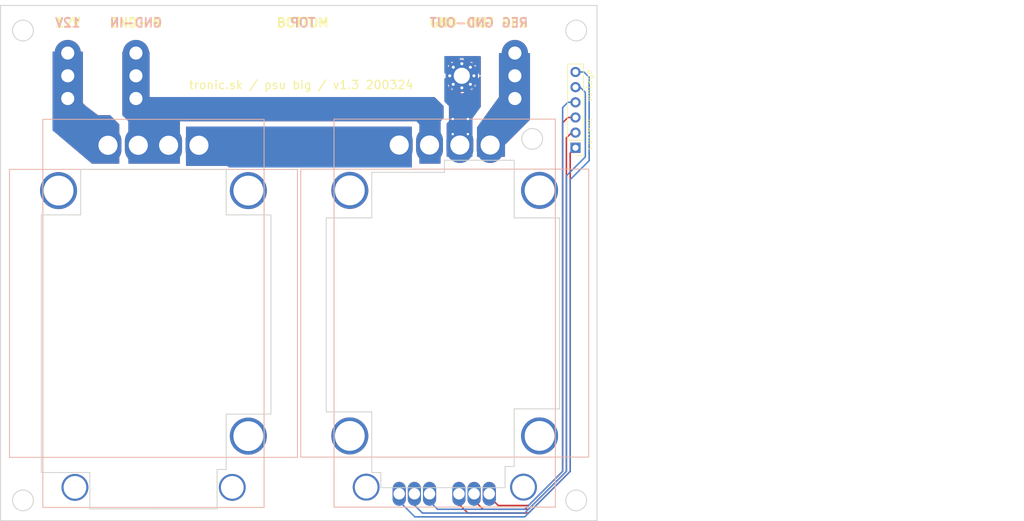
<source format=kicad_pcb>
(kicad_pcb (version 4) (host pcbnew 4.0.7)

  (general
    (links 27)
    (no_connects 0)
    (area 87.199399 54.61 258.826001 143.091)
    (thickness 1.6)
    (drawings 65)
    (tracks 87)
    (zones 0)
    (modules 13)
    (nets 12)
  )

  (page A4)
  (layers
    (0 F.Cu signal)
    (31 B.Cu signal)
    (32 B.Adhes user)
    (33 F.Adhes user)
    (34 B.Paste user)
    (35 F.Paste user)
    (36 B.SilkS user)
    (37 F.SilkS user)
    (38 B.Mask user)
    (39 F.Mask user)
    (40 Dwgs.User user)
    (41 Cmts.User user)
    (42 Eco1.User user)
    (43 Eco2.User user)
    (44 Edge.Cuts user)
    (45 Margin user)
    (46 B.CrtYd user)
    (47 F.CrtYd user)
    (48 B.Fab user)
    (49 F.Fab user)
  )

  (setup
    (last_trace_width 0.25)
    (trace_clearance 0.1)
    (zone_clearance 0.508)
    (zone_45_only no)
    (trace_min 0.2)
    (segment_width 0.2)
    (edge_width 0.15)
    (via_size 0.6)
    (via_drill 0.4)
    (via_min_size 0.4)
    (via_min_drill 0.3)
    (uvia_size 0.3)
    (uvia_drill 0.1)
    (uvias_allowed no)
    (uvia_min_size 0.2)
    (uvia_min_drill 0.1)
    (pcb_text_width 0.3)
    (pcb_text_size 1.5 1.5)
    (mod_edge_width 0.15)
    (mod_text_size 1 1)
    (mod_text_width 0.15)
    (pad_size 4.4 4.4)
    (pad_drill 2.2)
    (pad_to_mask_clearance 0.2)
    (aux_axis_origin 0 0)
    (grid_origin 9.652 105.41)
    (visible_elements 7FFFFFFF)
    (pcbplotparams
      (layerselection 0x010f0_80000001)
      (usegerberextensions true)
      (excludeedgelayer true)
      (linewidth 0.100000)
      (plotframeref false)
      (viasonmask false)
      (mode 1)
      (useauxorigin false)
      (hpglpennumber 1)
      (hpglpenspeed 20)
      (hpglpendiameter 15)
      (hpglpenoverlay 2)
      (psnegative false)
      (psa4output false)
      (plotreference true)
      (plotvalue true)
      (plotinvisibletext false)
      (padsonsilk false)
      (subtractmaskfromsilk false)
      (outputformat 1)
      (mirror false)
      (drillshape 0)
      (scaleselection 1)
      (outputdirectory gerber/))
  )

  (net 0 "")
  (net 1 reg-a-1)
  (net 2 reg-a-2)
  (net 3 reg-a-3)
  (net 4 reg-v-1)
  (net 5 reg-v-2)
  (net 6 reg-v-3)
  (net 7 12V)
  (net 8 gnd)
  (net 9 gnd-reg)
  (net 10 12V-reg)
  (net 11 "Net-(boost1-Pad1)")

  (net_class Default "This is the default net class."
    (clearance 0.1)
    (trace_width 0.25)
    (via_dia 0.6)
    (via_drill 0.4)
    (uvia_dia 0.3)
    (uvia_drill 0.1)
    (add_net 12V)
    (add_net 12V-reg)
    (add_net "Net-(boost1-Pad1)")
    (add_net gnd)
    (add_net gnd-reg)
    (add_net reg-a-1)
    (add_net reg-a-2)
    (add_net reg-a-3)
    (add_net reg-v-1)
    (add_net reg-v-2)
    (add_net reg-v-3)
  )

  (net_class 2kv ""
    (clearance 1.5)
    (trace_width 1)
    (via_dia 1.5)
    (via_drill 1)
    (uvia_dia 0.75)
    (uvia_drill 0.25)
  )

  (net_class mains ""
    (clearance 0.5)
    (trace_width 5)
    (via_dia 3)
    (via_drill 2)
    (uvia_dia 1.5)
    (uvia_drill 0.5)
  )

  (net_class power ""
    (clearance 0.4)
    (trace_width 1)
    (via_dia 1.5)
    (via_drill 1)
    (uvia_dia 0.75)
    (uvia_drill 0.25)
  )

  (module psw-library:psw-reg-big-buck (layer B.Cu) (tedit 5E7A8024) (tstamp 5C8E22EB)
    (at 161.7218 107.0864 180)
    (path /5C45FD10)
    (fp_text reference buck1 (at 0 -0.5 180) (layer B.SilkS) hide
      (effects (font (size 1 1) (thickness 0.15)) (justify mirror))
    )
    (fp_text value buck (at 0 0.5 180) (layer B.Fab)
      (effects (font (size 1 1) (thickness 0.15)) (justify mirror))
    )
    (fp_line (start 24.13 0) (end 24.13 -24.13) (layer B.SilkS) (width 0.15))
    (fp_line (start 24.13 -24.13) (end -24.13 -24.13) (layer B.SilkS) (width 0.15))
    (fp_line (start -24.13 -24.13) (end -24.13 24.13) (layer B.SilkS) (width 0.15))
    (fp_line (start -24.13 24.13) (end 24.13 24.13) (layer B.SilkS) (width 0.15))
    (fp_line (start 24.13 24.13) (end 24.13 0) (layer B.SilkS) (width 0.15))
    (fp_line (start 18.542 -27.432) (end 18.542 -32.512) (layer B.SilkS) (width 0.15))
    (fp_line (start -18.542 32.512) (end -18.542 -32.512) (layer B.SilkS) (width 0.15))
    (fp_line (start 0 32.512) (end -18.542 32.512) (layer B.SilkS) (width 0.15))
    (fp_line (start 18.542 -27.432) (end 18.542 32.512) (layer B.SilkS) (width 0.15))
    (fp_line (start 18.542 32.512) (end 0 32.512) (layer B.SilkS) (width 0.15))
    (fp_line (start 0 -32.512) (end 18.542 -32.512) (layer B.SilkS) (width 0.15))
    (fp_line (start 0 -32.512) (end -18.542 -32.512) (layer B.SilkS) (width 0.15))
    (pad 7 thru_hole oval (at -2.3876 -30.2768 180) (size 2.2 4) (drill 1.9) (layers *.Cu *.Mask)
      (net 4 reg-v-1))
    (pad 6 thru_hole oval (at -4.9276 -30.2768 180) (size 2.2 4) (drill 1.9) (layers *.Cu *.Mask)
      (net 5 reg-v-2))
    (pad 5 thru_hole oval (at -7.4676 -30.2768 180) (size 2.2 4) (drill 1.9) (layers *.Cu *.Mask)
      (net 6 reg-v-3))
    (pad 0 thru_hole circle (at -15.9004 20.574 180) (size 6.2 6.2) (drill 5) (layers *.Cu *.Mask))
    (pad 0 thru_hole circle (at 15.9004 20.574 180) (size 6.2 6.2) (drill 5) (layers *.Cu *.Mask))
    (pad 0 thru_hole circle (at 15.9004 -20.574 180) (size 6.2 6.2) (drill 5) (layers *.Cu *.Mask))
    (pad 0 thru_hole circle (at -15.9004 -20.574 180) (size 6.2 6.2) (drill 5) (layers *.Cu *.Mask))
    (pad 1 thru_hole oval (at -7.62 28.1686 180) (size 4.5 6) (drill 3.2) (layers *.Cu *.Mask)
      (net 10 12V-reg) (zone_connect 2))
    (pad 2 thru_hole oval (at -2.54 28.1686 180) (size 4.5 6) (drill 3.2) (layers *.Cu *.Mask)
      (net 9 gnd-reg) (zone_connect 2))
    (pad 3 thru_hole oval (at 2.54 28.1686 180) (size 4.5 6) (drill 3.2) (layers *.Cu *.Mask)
      (net 8 gnd) (zone_connect 2))
    (pad 4 thru_hole oval (at 7.62 28.1686 180) (size 4.5 6) (drill 3.2) (layers *.Cu *.Mask)
      (net 11 "Net-(boost1-Pad1)") (zone_connect 2))
    (pad 0 thru_hole circle (at 13.1572 -29.1592 180) (size 4.5 4.5) (drill 3.8) (layers *.Cu *.Mask))
    (pad 0 thru_hole circle (at -13.208 -29.1592 180) (size 4.5 4.5) (drill 3.8) (layers *.Cu *.Mask))
    (pad 8 thru_hole oval (at 2.54 -30.2768 180) (size 2.2 4) (drill 1.9) (layers *.Cu *.Mask)
      (net 1 reg-a-1))
    (pad 9 thru_hole oval (at 5.08 -30.2768 180) (size 2.2 4) (drill 1.9) (layers *.Cu *.Mask)
      (net 2 reg-a-2))
    (pad 10 thru_hole oval (at 7.62 -30.2768 180) (size 2.2 4) (drill 1.9) (layers *.Cu *.Mask)
      (net 3 reg-a-3))
  )

  (module psw-library:psw-reg-big-boost (layer B.Cu) (tedit 5E7A7EEA) (tstamp 5C460CB5)
    (at 112.9157 107.1245 180)
    (path /5C45FE1D)
    (fp_text reference boost1 (at 22.098 0 270) (layer B.SilkS) hide
      (effects (font (size 2.5 2.5) (thickness 0.5)) (justify mirror))
    )
    (fp_text value boost (at -13.5763 -33.5915 180) (layer B.Fab)
      (effects (font (size 1 1) (thickness 0.15)) (justify mirror))
    )
    (fp_line (start 24.13 0) (end 24.13 -24.13) (layer B.SilkS) (width 0.15))
    (fp_line (start 24.13 -24.13) (end -24.13 -24.13) (layer B.SilkS) (width 0.15))
    (fp_line (start -24.13 -24.13) (end -24.13 24.13) (layer B.SilkS) (width 0.15))
    (fp_line (start -24.13 24.13) (end 24.13 24.13) (layer B.SilkS) (width 0.15))
    (fp_line (start 24.13 24.13) (end 24.13 0) (layer B.SilkS) (width 0.15))
    (fp_line (start 18.542 -27.432) (end 18.542 -32.512) (layer B.SilkS) (width 0.15))
    (fp_line (start -18.542 32.512) (end -18.542 -32.512) (layer B.SilkS) (width 0.15))
    (fp_line (start 0 32.512) (end -18.542 32.512) (layer B.SilkS) (width 0.15))
    (fp_line (start 18.542 -27.432) (end 18.542 32.512) (layer B.SilkS) (width 0.15))
    (fp_line (start 18.542 32.512) (end 0 32.512) (layer B.SilkS) (width 0.15))
    (fp_line (start 0 -32.512) (end 18.542 -32.512) (layer B.SilkS) (width 0.15))
    (fp_line (start 0 -32.512) (end -18.542 -32.512) (layer B.SilkS) (width 0.15))
    (pad 0 thru_hole circle (at -15.9004 20.574 180) (size 6.2 6.2) (drill 5) (layers *.Cu *.Mask))
    (pad 0 thru_hole circle (at 15.9004 20.574 180) (size 6.2 6.2) (drill 5) (layers *.Cu *.Mask))
    (pad 0 thru_hole circle (at -15.9004 -20.574 180) (size 6.2 6.2) (drill 5) (layers *.Cu *.Mask))
    (pad 1 thru_hole oval (at -7.62 28.1686 180) (size 4.5 6) (drill 3.2) (layers *.Cu *.Mask)
      (net 11 "Net-(boost1-Pad1)") (zone_connect 2))
    (pad 2 thru_hole oval (at -2.54 28.1686 180) (size 4.5 6) (drill 3.2) (layers *.Cu *.Mask)
      (net 8 gnd) (zone_connect 2))
    (pad 3 thru_hole oval (at 2.54 28.1686 180) (size 4.5 6) (drill 3.2) (layers *.Cu *.Mask)
      (net 8 gnd) (zone_connect 2))
    (pad 4 thru_hole oval (at 7.62 28.1686 180) (size 4.5 6) (drill 3.2) (layers *.Cu *.Mask)
      (net 7 12V) (zone_connect 2))
    (pad 0 thru_hole circle (at 13.1572 -29.1592 180) (size 4.5 4.5) (drill 3.8) (layers *.Cu))
    (pad 0 thru_hole circle (at -13.208 -29.1592 180) (size 4.5 4.5) (drill 3.8) (layers *.Cu *.Mask))
  )

  (module Pin_Headers:Pin_Header_Straight_1x06_Pitch2.54mm (layer F.Cu) (tedit 5E7B3E4E) (tstamp 5C4603BF)
    (at 183.642 79.375 180)
    (descr "Through hole straight pin header, 1x06, 2.54mm pitch, single row")
    (tags "Through hole pin header THT 1x06 2.54mm single row")
    (path /5C46047C)
    (fp_text reference conn-reg-v-a1 (at -2.9972 6.1722 270) (layer F.SilkS) hide
      (effects (font (size 1 1) (thickness 0.15)))
    )
    (fp_text value conn-reg-v-a (at 0 15.03 180) (layer F.Fab) hide
      (effects (font (size 1 1) (thickness 0.15)))
    )
    (fp_line (start -0.635 -1.27) (end 1.27 -1.27) (layer F.Fab) (width 0.1))
    (fp_line (start 1.27 -1.27) (end 1.27 13.97) (layer F.Fab) (width 0.1))
    (fp_line (start 1.27 13.97) (end -1.27 13.97) (layer F.Fab) (width 0.1))
    (fp_line (start -1.27 13.97) (end -1.27 -0.635) (layer F.Fab) (width 0.1))
    (fp_line (start -1.27 -0.635) (end -0.635 -1.27) (layer F.Fab) (width 0.1))
    (fp_line (start -1.33 14.03) (end 1.33 14.03) (layer F.SilkS) (width 0.12))
    (fp_line (start -1.33 1.27) (end -1.33 14.03) (layer F.SilkS) (width 0.12))
    (fp_line (start 1.33 1.27) (end 1.33 14.03) (layer F.SilkS) (width 0.12))
    (fp_line (start -1.33 1.27) (end 1.33 1.27) (layer F.SilkS) (width 0.12))
    (fp_line (start -1.33 0) (end -1.33 -1.33) (layer F.SilkS) (width 0.12))
    (fp_line (start -1.33 -1.33) (end 0 -1.33) (layer F.SilkS) (width 0.12))
    (fp_line (start -1.8 -1.8) (end -1.8 14.5) (layer F.CrtYd) (width 0.05))
    (fp_line (start -1.8 14.5) (end 1.8 14.5) (layer F.CrtYd) (width 0.05))
    (fp_line (start 1.8 14.5) (end 1.8 -1.8) (layer F.CrtYd) (width 0.05))
    (fp_line (start 1.8 -1.8) (end -1.8 -1.8) (layer F.CrtYd) (width 0.05))
    (fp_text user %R (at 0 6.35 270) (layer F.Fab)
      (effects (font (size 1 1) (thickness 0.15)))
    )
    (pad 1 thru_hole rect (at 0 0 180) (size 1.7 1.7) (drill 1) (layers *.Cu *.Mask)
      (net 4 reg-v-1))
    (pad 2 thru_hole oval (at 0 2.54 180) (size 1.7 1.7) (drill 1) (layers *.Cu *.Mask)
      (net 5 reg-v-2))
    (pad 3 thru_hole oval (at 0 5.08 180) (size 1.7 1.7) (drill 1) (layers *.Cu *.Mask)
      (net 6 reg-v-3))
    (pad 4 thru_hole oval (at 0 7.62 180) (size 1.7 1.7) (drill 1) (layers *.Cu *.Mask)
      (net 1 reg-a-1))
    (pad 5 thru_hole oval (at 0 10.16 180) (size 1.7 1.7) (drill 1) (layers *.Cu *.Mask)
      (net 2 reg-a-2))
    (pad 6 thru_hole oval (at 0 12.7 180) (size 1.7 1.7) (drill 1) (layers *.Cu *.Mask)
      (net 3 reg-a-3))
    (model ${KISYS3DMOD}/Pin_Headers.3dshapes/Pin_Header_Straight_1x06_Pitch2.54mm.wrl
      (at (xyz 0 0 0))
      (scale (xyz 1 1 1))
      (rotate (xyz 0 0 0))
    )
  )

  (module Mounting_Holes:MountingHole_2.7mm_Pad_Via (layer F.Cu) (tedit 5C8E120A) (tstamp 5C460BA2)
    (at 164.592 67.31)
    (descr "Mounting Hole 2.7mm")
    (tags "mounting hole 2.7mm")
    (path /5C461AE1)
    (attr virtual)
    (fp_text reference gnd-reg1 (at 0 -3.7) (layer B.SilkS) hide
      (effects (font (size 1 1) (thickness 0.15)) (justify mirror))
    )
    (fp_text value gnd-reg (at 0 3.7) (layer F.Fab)
      (effects (font (size 1 1) (thickness 0.15)))
    )
    (fp_text user %R (at 0.3 0) (layer F.Fab)
      (effects (font (size 1 1) (thickness 0.15)))
    )
    (fp_circle (center 0 0) (end 2.7 0) (layer Cmts.User) (width 0.15))
    (fp_circle (center 0 0) (end 2.95 0) (layer F.CrtYd) (width 0.05))
    (pad 1 thru_hole circle (at 0 0) (size 5.4 5.4) (drill 2.7) (layers *.Cu *.Mask)
      (net 9 gnd-reg) (zone_connect 2))
    (pad 1 thru_hole circle (at 2.025 0) (size 0.8 0.8) (drill 0.5) (layers *.Cu *.Mask)
      (net 9 gnd-reg))
    (pad 1 thru_hole circle (at 1.431891 1.431891) (size 0.8 0.8) (drill 0.5) (layers *.Cu *.Mask)
      (net 9 gnd-reg))
    (pad 1 thru_hole circle (at 0 2.025) (size 0.8 0.8) (drill 0.5) (layers *.Cu *.Mask)
      (net 9 gnd-reg))
    (pad 1 thru_hole circle (at -1.431891 1.431891) (size 0.8 0.8) (drill 0.5) (layers *.Cu *.Mask)
      (net 9 gnd-reg))
    (pad 1 thru_hole circle (at -2.025 0) (size 0.8 0.8) (drill 0.5) (layers *.Cu *.Mask)
      (net 9 gnd-reg))
    (pad 1 thru_hole circle (at -1.431891 -1.431891) (size 0.8 0.8) (drill 0.5) (layers *.Cu *.Mask)
      (net 9 gnd-reg))
    (pad 1 thru_hole circle (at 0 -2.025) (size 0.8 0.8) (drill 0.5) (layers *.Cu *.Mask)
      (net 9 gnd-reg))
    (pad 1 thru_hole circle (at 1.431891 -1.431891) (size 0.8 0.8) (drill 0.5) (layers *.Cu *.Mask)
      (net 9 gnd-reg))
  )

  (module Mounting_Holes:MountingHole_2.2mm_M2_Pad (layer F.Cu) (tedit 5C8E11BA) (tstamp 5C461E5B)
    (at 173.482 67.31)
    (descr "Mounting Hole 2.2mm, M2")
    (tags "mounting hole 2.2mm m2")
    (path /5C464427)
    (attr virtual)
    (fp_text reference 12V10 (at 0 -3.2) (layer F.SilkS) hide
      (effects (font (size 1 1) (thickness 0.15)))
    )
    (fp_text value 12V (at 0 3.2) (layer F.Fab)
      (effects (font (size 1 1) (thickness 0.15)))
    )
    (fp_text user %R (at 0.3 0) (layer F.Fab)
      (effects (font (size 1 1) (thickness 0.15)))
    )
    (fp_circle (center 0 0) (end 2.2 0) (layer Cmts.User) (width 0.15))
    (fp_circle (center 0 0) (end 2.45 0) (layer F.CrtYd) (width 0.05))
    (pad 1 thru_hole circle (at 0 0) (size 4.4 4.4) (drill 2.2) (layers *.Cu *.Mask)
      (net 10 12V-reg) (zone_connect 2) (thermal_width 1))
  )

  (module Mounting_Holes:MountingHole_2.2mm_M2_Pad (layer F.Cu) (tedit 5E7B7146) (tstamp 5C461E60)
    (at 173.482 71.12)
    (descr "Mounting Hole 2.2mm, M2")
    (tags "mounting hole 2.2mm m2")
    (path /5C46442E)
    (attr virtual)
    (fp_text reference 12V11 (at 0 -3.2) (layer F.SilkS) hide
      (effects (font (size 1 1) (thickness 0.15)))
    )
    (fp_text value 12V (at 0 3.2) (layer F.Fab)
      (effects (font (size 1 1) (thickness 0.15)))
    )
    (fp_text user %R (at 0.3 0) (layer F.Fab)
      (effects (font (size 1 1) (thickness 0.15)))
    )
    (fp_circle (center 0 0) (end 2.2 0) (layer Cmts.User) (width 0.15))
    (fp_circle (center 0 0) (end 2.45 0) (layer F.CrtYd) (width 0.05))
    (pad 1 thru_hole circle (at 0 0) (size 4.4 4.4) (drill 2.2) (layers *.Cu *.Mask)
      (net 10 12V-reg) (zone_connect 2) (thermal_width 1))
  )

  (module Mounting_Holes:MountingHole_2.2mm_M2_Pad (layer F.Cu) (tedit 5E7B714D) (tstamp 5C461E65)
    (at 173.482 63.5)
    (descr "Mounting Hole 2.2mm, M2")
    (tags "mounting hole 2.2mm m2")
    (path /5C464435)
    (attr virtual)
    (fp_text reference 12V12 (at 4.699 -3.81) (layer B.SilkS) hide
      (effects (font (size 1 1) (thickness 0.15)) (justify mirror))
    )
    (fp_text value 12V (at 0 3.2) (layer F.Fab)
      (effects (font (size 1 1) (thickness 0.15)))
    )
    (fp_text user %R (at 0.3 0) (layer F.Fab)
      (effects (font (size 1 1) (thickness 0.15)))
    )
    (fp_circle (center 0 0) (end 2.2 0) (layer Cmts.User) (width 0.15))
    (fp_circle (center 0 0) (end 2.45 0) (layer F.CrtYd) (width 0.05))
    (pad 1 thru_hole circle (at 0 0) (size 4.4 4.4) (drill 2.2) (layers *.Cu *.Mask)
      (net 10 12V-reg) (zone_connect 2) (thermal_width 1))
  )

  (module Mounting_Holes:MountingHole_2.2mm_M2_Pad (layer F.Cu) (tedit 5E7B7022) (tstamp 5E7B3B32)
    (at 98.552 71.12)
    (descr "Mounting Hole 2.2mm, M2")
    (tags "mounting hole 2.2mm m2")
    (path /5E7B4275)
    (attr virtual)
    (fp_text reference 12V1 (at 0 -3.2) (layer F.SilkS) hide
      (effects (font (size 1 1) (thickness 0.15)))
    )
    (fp_text value 12V (at 0 3.2) (layer F.Fab)
      (effects (font (size 1 1) (thickness 0.15)))
    )
    (fp_text user %R (at 0.3 0) (layer F.Fab)
      (effects (font (size 1 1) (thickness 0.15)))
    )
    (fp_circle (center 0 0) (end 2.2 0) (layer Cmts.User) (width 0.15))
    (fp_circle (center 0 0) (end 2.45 0) (layer F.CrtYd) (width 0.05))
    (pad 1 thru_hole circle (at 0 0) (size 4.4 4.4) (drill 2.2) (layers *.Cu *.Mask)
      (net 7 12V) (zone_connect 2))
  )

  (module Mounting_Holes:MountingHole_2.2mm_M2_Pad (layer F.Cu) (tedit 5E7B7030) (tstamp 5E7B3B3A)
    (at 98.552 63.5)
    (descr "Mounting Hole 2.2mm, M2")
    (tags "mounting hole 2.2mm m2")
    (path /5E7B44BE)
    (attr virtual)
    (fp_text reference 12V2 (at 0 -3.2) (layer F.SilkS) hide
      (effects (font (size 1 1) (thickness 0.15)))
    )
    (fp_text value 12V (at 0 3.2) (layer F.Fab)
      (effects (font (size 1 1) (thickness 0.15)))
    )
    (fp_text user %R (at 0.3 0) (layer F.Fab)
      (effects (font (size 1 1) (thickness 0.15)))
    )
    (fp_circle (center 0 0) (end 2.2 0) (layer Cmts.User) (width 0.15))
    (fp_circle (center 0 0) (end 2.45 0) (layer F.CrtYd) (width 0.05))
    (pad 1 thru_hole circle (at 0 0) (size 4.4 4.4) (drill 2.2) (layers *.Cu *.Mask)
      (net 7 12V) (zone_connect 2))
  )

  (module Mounting_Holes:MountingHole_2.2mm_M2_Pad (layer F.Cu) (tedit 5E7B7029) (tstamp 5E7B3B42)
    (at 98.552 67.31)
    (descr "Mounting Hole 2.2mm, M2")
    (tags "mounting hole 2.2mm m2")
    (path /5E7B44F6)
    (attr virtual)
    (fp_text reference 12V3 (at 0 -3.2) (layer F.SilkS) hide
      (effects (font (size 1 1) (thickness 0.15)))
    )
    (fp_text value 12V (at 0 3.2) (layer F.Fab)
      (effects (font (size 1 1) (thickness 0.15)))
    )
    (fp_text user %R (at 0.3 0) (layer F.Fab)
      (effects (font (size 1 1) (thickness 0.15)))
    )
    (fp_circle (center 0 0) (end 2.2 0) (layer Cmts.User) (width 0.15))
    (fp_circle (center 0 0) (end 2.45 0) (layer F.CrtYd) (width 0.05))
    (pad 1 thru_hole circle (at 0 0) (size 4.4 4.4) (drill 2.2) (layers *.Cu *.Mask)
      (net 7 12V) (zone_connect 2))
  )

  (module Mounting_Holes:MountingHole_2.2mm_M2_Pad (layer F.Cu) (tedit 5E7B43D1) (tstamp 5E7B3B4A)
    (at 109.982 67.31)
    (descr "Mounting Hole 2.2mm, M2")
    (tags "mounting hole 2.2mm m2")
    (path /5E7B403E)
    (attr virtual)
    (fp_text reference gnd1 (at 0 -3.2) (layer F.SilkS) hide
      (effects (font (size 1 1) (thickness 0.15)))
    )
    (fp_text value gnd (at 0 3.2) (layer F.Fab)
      (effects (font (size 1 1) (thickness 0.15)))
    )
    (fp_text user %R (at 0.3 0) (layer F.Fab)
      (effects (font (size 1 1) (thickness 0.15)))
    )
    (fp_circle (center 0 0) (end 2.2 0) (layer Cmts.User) (width 0.15))
    (fp_circle (center 0 0) (end 2.45 0) (layer F.CrtYd) (width 0.05))
    (pad 1 thru_hole circle (at 0 0) (size 4.4 4.4) (drill 2.2) (layers *.Cu *.Mask)
      (net 8 gnd) (zone_connect 2))
  )

  (module Mounting_Holes:MountingHole_2.2mm_M2_Pad (layer F.Cu) (tedit 5E7B4366) (tstamp 5E7B3B52)
    (at 109.982 71.12)
    (descr "Mounting Hole 2.2mm, M2")
    (tags "mounting hole 2.2mm m2")
    (path /5E7B40EE)
    (attr virtual)
    (fp_text reference gnd2 (at 0 -3.2) (layer F.SilkS) hide
      (effects (font (size 1 1) (thickness 0.15)))
    )
    (fp_text value gnd (at 0 3.2) (layer F.Fab)
      (effects (font (size 1 1) (thickness 0.15)))
    )
    (fp_text user %R (at 0.3 0) (layer F.Fab)
      (effects (font (size 1 1) (thickness 0.15)))
    )
    (fp_circle (center 0 0) (end 2.2 0) (layer Cmts.User) (width 0.15))
    (fp_circle (center 0 0) (end 2.45 0) (layer F.CrtYd) (width 0.05))
    (pad 1 thru_hole circle (at 0 0) (size 4.4 4.4) (drill 2.2) (layers *.Cu *.Mask)
      (net 8 gnd) (zone_connect 2))
  )

  (module Mounting_Holes:MountingHole_2.2mm_M2_Pad (layer F.Cu) (tedit 5E7B43DC) (tstamp 5E7B3B5A)
    (at 109.982 63.5)
    (descr "Mounting Hole 2.2mm, M2")
    (tags "mounting hole 2.2mm m2")
    (path /5E7B4122)
    (attr virtual)
    (fp_text reference gnd3 (at 0 -3.2) (layer F.SilkS) hide
      (effects (font (size 1 1) (thickness 0.15)))
    )
    (fp_text value gnd (at 0 3.2) (layer F.Fab)
      (effects (font (size 1 1) (thickness 0.15)))
    )
    (fp_text user %R (at 0.3 0) (layer F.Fab)
      (effects (font (size 1 1) (thickness 0.15)))
    )
    (fp_circle (center 0 0) (end 2.2 0) (layer Cmts.User) (width 0.15))
    (fp_circle (center 0 0) (end 2.45 0) (layer F.CrtYd) (width 0.05))
    (pad 1 thru_hole circle (at 0 0) (size 4.4 4.4) (drill 2.2) (layers *.Cu *.Mask)
      (net 8 gnd) (zone_connect 2))
  )

  (gr_text BOTTOM (at 137.922 58.42) (layer F.SilkS) (tstamp 5E7B3D6B)
    (effects (font (size 1.5 1.5) (thickness 0.3)))
  )
  (gr_text TOP (at 137.922 58.42) (layer B.SilkS) (tstamp 5E7B3D65)
    (effects (font (size 1.5 1.5) (thickness 0.3)) (justify mirror))
  )
  (gr_text REG (at 173.482 58.42) (layer B.SilkS) (tstamp 5E7B3D42)
    (effects (font (size 1.5 1.5) (thickness 0.3)) (justify mirror))
  )
  (gr_text GND-OUT (at 164.592 58.42) (layer B.SilkS) (tstamp 5E7B3D3E)
    (effects (font (size 1.5 1.5) (thickness 0.3)) (justify mirror))
  )
  (gr_text GND-IN (at 109.982 58.42) (layer B.SilkS) (tstamp 5E7B3D32)
    (effects (font (size 1.5 1.5) (thickness 0.3)) (justify mirror))
  )
  (gr_text 12V (at 98.552 58.42) (layer B.SilkS) (tstamp 5E7B3D27)
    (effects (font (size 1.5 1.5) (thickness 0.3)) (justify mirror))
  )
  (gr_text 12V (at 98.552 58.42) (layer F.SilkS) (tstamp 5E7B3CCD)
    (effects (font (size 1.5 1.5) (thickness 0.3)))
  )
  (gr_text GND-IN (at 109.982 58.42) (layer F.SilkS) (tstamp 5E7B3CC5)
    (effects (font (size 1.5 1.5) (thickness 0.3)))
  )
  (gr_circle (center 183.7563 138.4681) (end 182.4863 139.6619) (layer Edge.Cuts) (width 0.15) (tstamp 5E7B3C84))
  (gr_circle (center 91.0463 138.4681) (end 89.7763 139.6619) (layer Edge.Cuts) (width 0.15) (tstamp 5E7B3C74))
  (gr_line (start 87.2998 55.5244) (end 87.2998 141.859) (angle 90) (layer Edge.Cuts) (width 0.15))
  (gr_line (start 187.2488 141.859) (end 187.2488 55.5244) (angle 90) (layer Edge.Cuts) (width 0.15))
  (gr_circle (center 183.7563 59.7281) (end 182.4863 60.9219) (layer Edge.Cuts) (width 0.15) (tstamp 5E7B3C55))
  (gr_text GND-OUT (at 164.592 58.42) (layer F.SilkS)
    (effects (font (size 1.5 1.5) (thickness 0.3)))
  )
  (gr_text current (at 185.928 77.089 90) (layer F.SilkS)
    (effects (font (size 1 1) (thickness 0.1)))
  )
  (gr_text voltage (at 185.928 68.961 90) (layer F.SilkS)
    (effects (font (size 1 1) (thickness 0.1)))
  )
  (gr_text REG (at 173.482 58.42) (layer F.SilkS)
    (effects (font (size 1.5 1.5) (thickness 0.3)))
  )
  (gr_line (start 187.2742 141.859) (end 87.2744 141.859) (angle 90) (layer Edge.Cuts) (width 0.15))
  (gr_line (start 87.2744 55.5244) (end 187.2742 55.5244) (angle 90) (layer Edge.Cuts) (width 0.15))
  (gr_text "tronic.sk / psu big / v1.3 200324" (at 137.668 68.834) (layer F.SilkS) (tstamp 5C76F365)
    (effects (font (size 1.4 1.4) (thickness 0.2)))
  )
  (gr_line (start 143.3957 91.1225) (end 141.8717 91.1225) (angle 90) (layer Edge.Cuts) (width 0.15))
  (gr_line (start 143.3957 123.6345) (end 141.8717 123.6345) (angle 90) (layer Edge.Cuts) (width 0.15))
  (gr_line (start 149.4917 91.1225) (end 143.3957 91.1225) (angle 90) (layer Edge.Cuts) (width 0.15))
  (gr_line (start 149.4917 83.5025) (end 149.4917 91.1225) (angle 90) (layer Edge.Cuts) (width 0.15))
  (gr_line (start 149.9997 83.5025) (end 149.4917 83.5025) (angle 90) (layer Edge.Cuts) (width 0.15))
  (gr_line (start 173.3677 81.4705) (end 172.7327 81.4705) (angle 90) (layer Edge.Cuts) (width 0.15))
  (gr_line (start 173.3677 83.5025) (end 173.3677 81.4705) (angle 90) (layer Edge.Cuts) (width 0.15))
  (gr_line (start 131.2037 90.6145) (end 132.6007 90.6145) (angle 90) (layer Edge.Cuts) (width 0.15))
  (gr_line (start 131.2037 124.0155) (end 132.6007 124.0155) (angle 90) (layer Edge.Cuts) (width 0.15))
  (gr_line (start 132.6007 124.0155) (end 132.6007 90.6145) (angle 90) (layer Edge.Cuts) (width 0.15))
  (gr_line (start 125.1077 124.0155) (end 131.2037 124.0155) (angle 90) (layer Edge.Cuts) (width 0.15))
  (gr_line (start 101.7397 133.7945) (end 102.2477 133.7945) (angle 90) (layer Edge.Cuts) (width 0.15))
  (gr_circle (center 91.0463 59.7281) (end 89.7763 60.9219) (layer Edge.Cuts) (width 0.15) (tstamp 5C6DD2A2))
  (gr_circle (center 176.3903 77.8891) (end 175.1203 79.0829) (layer Edge.Cuts) (width 0.15))
  (gr_line (start 131.2037 90.6145) (end 125.1077 90.6145) (angle 90) (layer Edge.Cuts) (width 0.15))
  (gr_line (start 101.7397 133.7945) (end 94.1197 133.7945) (angle 90) (layer Edge.Cuts) (width 0.15))
  (gr_line (start 94.1197 90.6145) (end 94.1197 133.7945) (angle 90) (layer Edge.Cuts) (width 0.15))
  (gr_line (start 143.3957 123.6345) (end 149.4917 123.6345) (angle 90) (layer Edge.Cuts) (width 0.15))
  (gr_line (start 141.8717 91.1225) (end 141.8717 123.6345) (angle 90) (layer Edge.Cuts) (width 0.15))
  (gr_line (start 161.6837 83.5025) (end 161.6837 81.4705) (angle 90) (layer Edge.Cuts) (width 0.15))
  (gr_line (start 161.6837 83.5025) (end 149.9997 83.5025) (angle 90) (layer Edge.Cuts) (width 0.15))
  (gr_line (start 173.3677 91.1225) (end 173.3677 83.5025) (angle 90) (layer Edge.Cuts) (width 0.15))
  (gr_line (start 180.9877 91.1225) (end 173.3677 91.1225) (angle 90) (layer Edge.Cuts) (width 0.15))
  (gr_line (start 180.9877 123.1265) (end 180.9877 91.1225) (angle 90) (layer Edge.Cuts) (width 0.15))
  (gr_line (start 173.3677 123.1265) (end 180.9877 123.1265) (angle 90) (layer Edge.Cuts) (width 0.15))
  (gr_line (start 173.3677 132.7785) (end 173.3677 123.1265) (angle 90) (layer Edge.Cuts) (width 0.15))
  (gr_line (start 171.8437 132.7785) (end 173.3677 132.7785) (angle 90) (layer Edge.Cuts) (width 0.15))
  (gr_line (start 171.8437 136.3345) (end 171.8437 132.7785) (angle 90) (layer Edge.Cuts) (width 0.15))
  (gr_line (start 151.0157 136.3345) (end 171.8437 136.3345) (angle 90) (layer Edge.Cuts) (width 0.15))
  (gr_line (start 151.0157 135.8265) (end 151.0157 136.3345) (angle 90) (layer Edge.Cuts) (width 0.15))
  (gr_line (start 151.0157 133.7945) (end 151.0157 135.8265) (angle 90) (layer Edge.Cuts) (width 0.15))
  (gr_line (start 149.4917 133.7945) (end 151.0157 133.7945) (angle 90) (layer Edge.Cuts) (width 0.15))
  (gr_line (start 149.4917 123.6345) (end 149.4917 133.7945) (angle 90) (layer Edge.Cuts) (width 0.15))
  (gr_line (start 172.8597 81.4705) (end 161.6837 81.4705) (angle 90) (layer Edge.Cuts) (width 0.15))
  (gr_line (start 125.1077 90.6145) (end 125.1077 86.5505) (angle 90) (layer Edge.Cuts) (width 0.15))
  (gr_line (start 102.2477 139.8905) (end 102.2477 133.7945) (angle 90) (layer Edge.Cuts) (width 0.15))
  (gr_line (start 102.2477 139.8905) (end 123.5837 139.8905) (angle 90) (layer Edge.Cuts) (width 0.15))
  (gr_line (start 123.5837 133.2865) (end 123.5837 139.8905) (angle 90) (layer Edge.Cuts) (width 0.15))
  (gr_line (start 123.5837 133.2865) (end 125.1077 133.2865) (angle 90) (layer Edge.Cuts) (width 0.15))
  (gr_line (start 125.1077 131.1275) (end 125.1077 133.1595) (angle 90) (layer Edge.Cuts) (width 0.15))
  (gr_line (start 125.1077 124.0155) (end 125.1077 131.1275) (angle 90) (layer Edge.Cuts) (width 0.15))
  (gr_line (start 100.7237 90.6145) (end 94.1197 90.6145) (angle 90) (layer Edge.Cuts) (width 0.15))
  (gr_line (start 100.7237 82.9945) (end 100.7237 90.6145) (angle 90) (layer Edge.Cuts) (width 0.15))
  (gr_line (start 125.1077 82.9945) (end 100.7237 82.9945) (angle 90) (layer Edge.Cuts) (width 0.15))
  (gr_line (start 125.1077 86.5505) (end 125.1077 82.9945) (angle 90) (layer Edge.Cuts) (width 0.15))

  (segment (start 182.372 71.755) (end 183.642 71.755) (width 0.25) (layer B.Cu) (net 1) (tstamp 5C7AA9A0))
  (segment (start 181.483 72.644) (end 182.372 71.755) (width 0.25) (layer B.Cu) (net 1) (tstamp 5C7AA99F))
  (segment (start 181.483 133.604) (end 181.483 72.644) (width 0.25) (layer B.Cu) (net 1) (tstamp 5C7AA998))
  (segment (start 175.133 139.954) (end 181.483 133.604) (width 0.25) (layer B.Cu) (net 1) (tstamp 5C7AA996))
  (segment (start 160.528 139.954) (end 175.133 139.954) (width 0.25) (layer B.Cu) (net 1) (tstamp 5C7AA993))
  (segment (start 159.1437 138.5697) (end 160.528 139.954) (width 0.25) (layer B.Cu) (net 1) (tstamp 5C7AA98E))
  (segment (start 159.1437 137.4013) (end 159.1437 138.5697) (width 0.25) (layer B.Cu) (net 1))
  (segment (start 159.1437 137.4013) (end 159.1437 137.5537) (width 0.25) (layer B.Cu) (net 1))
  (segment (start 159.1437 137.4013) (end 159.1437 137.6807) (width 0.25) (layer B.Cu) (net 1))
  (segment (start 185.293 70.104) (end 184.404 69.215) (width 0.25) (layer B.Cu) (net 2) (tstamp 5C7AA9B4))
  (segment (start 185.293 80.899) (end 185.293 70.104) (width 0.25) (layer B.Cu) (net 2) (tstamp 5C7AA9B1))
  (segment (start 182.118 84.074) (end 185.293 80.899) (width 0.25) (layer B.Cu) (net 2) (tstamp 5C7AA9AF))
  (segment (start 182.118 133.604) (end 182.118 84.074) (width 0.25) (layer B.Cu) (net 2) (tstamp 5C7AA9AA))
  (segment (start 175.133 140.589) (end 182.118 133.604) (width 0.25) (layer B.Cu) (net 2) (tstamp 5C7AA9A8))
  (segment (start 184.404 69.215) (end 183.642 69.215) (width 0.25) (layer B.Cu) (net 2) (tstamp 5C7AA9B5))
  (segment (start 157.988 140.589) (end 175.133 140.589) (width 0.25) (layer B.Cu) (net 2) (tstamp 5C7AA9A5))
  (segment (start 156.6037 137.4013) (end 156.6037 139.2047) (width 0.25) (layer B.Cu) (net 2))
  (segment (start 156.6037 139.2047) (end 157.988 140.589) (width 0.25) (layer B.Cu) (net 2) (tstamp 5C7AA9A3))
  (segment (start 156.6037 137.4013) (end 156.6037 138.1887) (width 0.25) (layer B.Cu) (net 2))
  (segment (start 185.039 66.675) (end 183.642 66.675) (width 0.25) (layer B.Cu) (net 3) (tstamp 5C7AA9C7))
  (segment (start 185.928 67.564) (end 185.039 66.675) (width 0.25) (layer B.Cu) (net 3) (tstamp 5C7AA9C6))
  (segment (start 185.928 81.534) (end 185.928 67.564) (width 0.25) (layer B.Cu) (net 3) (tstamp 5C7AA9C4))
  (segment (start 182.753 84.709) (end 185.928 81.534) (width 0.25) (layer B.Cu) (net 3) (tstamp 5C7AA9C2))
  (segment (start 182.753 133.604) (end 182.753 84.709) (width 0.25) (layer B.Cu) (net 3) (tstamp 5C7AA9BE))
  (segment (start 175.133 141.224) (end 182.753 133.604) (width 0.25) (layer B.Cu) (net 3) (tstamp 5C7AA9BC))
  (segment (start 156.718 141.224) (end 175.133 141.224) (width 0.25) (layer B.Cu) (net 3) (tstamp 5C7AA9BA))
  (segment (start 154.0637 138.5697) (end 156.718 141.224) (width 0.25) (layer B.Cu) (net 3) (tstamp 5C7AA9B8))
  (segment (start 154.0637 137.4013) (end 154.0637 138.5697) (width 0.25) (layer B.Cu) (net 3))
  (segment (start 154.0637 137.4013) (end 154.0637 138.1887) (width 0.25) (layer B.Cu) (net 3))
  (segment (start 154.0637 137.4013) (end 154.0637 139.2047) (width 0.25) (layer B.Cu) (net 3))
  (segment (start 182.753 80.264) (end 183.642 79.375) (width 0.25) (layer F.Cu) (net 4) (tstamp 5C7AA98B))
  (segment (start 164.0713 137.4013) (end 164.0713 139.0523) (width 0.25) (layer F.Cu) (net 4))
  (segment (start 164.0713 139.0523) (end 165.608 140.589) (width 0.25) (layer F.Cu) (net 4) (tstamp 5C7AA97D))
  (segment (start 165.608 140.589) (end 175.768 140.589) (width 0.25) (layer F.Cu) (net 4) (tstamp 5C7AA97F))
  (segment (start 164.0713 137.4013) (end 164.0713 139.3063) (width 0.25) (layer F.Cu) (net 4))
  (segment (start 175.768 140.589) (end 182.753 133.604) (width 0.25) (layer F.Cu) (net 4) (tstamp 5C7AA981))
  (segment (start 182.753 133.604) (end 182.753 80.264) (width 0.25) (layer F.Cu) (net 4) (tstamp 5C7AA985))
  (segment (start 166.6113 137.4013) (end 166.6113 138.4173) (width 0.25) (layer F.Cu) (net 5))
  (segment (start 166.6113 138.4173) (end 168.148 139.954) (width 0.25) (layer F.Cu) (net 5) (tstamp 5C7AA96D))
  (segment (start 168.148 139.954) (end 175.768 139.954) (width 0.25) (layer F.Cu) (net 5) (tstamp 5C7AA96F))
  (segment (start 166.6113 137.4013) (end 166.6113 138.6713) (width 0.25) (layer F.Cu) (net 5))
  (segment (start 175.768 139.954) (end 182.118 133.604) (width 0.25) (layer F.Cu) (net 5) (tstamp 5C7AA971))
  (segment (start 182.118 133.604) (end 182.118 77.724) (width 0.25) (layer F.Cu) (net 5) (tstamp 5C7AA973))
  (segment (start 182.118 77.724) (end 183.007 76.835) (width 0.25) (layer F.Cu) (net 5) (tstamp 5C7AA979))
  (segment (start 183.007 76.835) (end 183.642 76.835) (width 0.25) (layer F.Cu) (net 5) (tstamp 5C7AA97A))
  (segment (start 182.372 74.295) (end 183.642 74.295) (width 0.25) (layer F.Cu) (net 6) (tstamp 5C7AA969))
  (segment (start 169.1513 137.4013) (end 169.1513 137.7823) (width 0.25) (layer F.Cu) (net 6))
  (segment (start 169.1513 137.7823) (end 170.688 139.319) (width 0.25) (layer F.Cu) (net 6) (tstamp 5C7AA95B))
  (segment (start 170.688 139.319) (end 175.768 139.319) (width 0.25) (layer F.Cu) (net 6) (tstamp 5C7AA95D))
  (segment (start 169.1513 137.4013) (end 169.1513 139.0523) (width 0.25) (layer F.Cu) (net 6))
  (segment (start 175.768 139.319) (end 181.483 133.604) (width 0.25) (layer F.Cu) (net 6) (tstamp 5C7AA960))
  (segment (start 181.483 133.604) (end 181.483 75.184) (width 0.25) (layer F.Cu) (net 6) (tstamp 5C7AA962))
  (segment (start 181.483 75.184) (end 182.372 74.295) (width 0.25) (layer F.Cu) (net 6) (tstamp 5C7AA965))
  (segment (start 98.552 63.5) (end 98.552 67.31) (width 0.25) (layer F.Cu) (net 7))
  (segment (start 98.552 67.31) (end 98.552 71.12) (width 0.25) (layer F.Cu) (net 7) (tstamp 5E7B3DEE))
  (segment (start 98.552 71.12) (end 98.6028 71.1708) (width 0.25) (layer F.Cu) (net 7) (tstamp 5E7B3DEF))
  (segment (start 98.6028 71.1708) (end 98.6028 72.263) (width 0.25) (layer F.Cu) (net 7) (tstamp 5E7B3DF0))
  (segment (start 98.6028 72.263) (end 105.2957 78.9559) (width 0.25) (layer F.Cu) (net 7) (tstamp 5E7B3DF1))
  (segment (start 110.3757 78.9559) (end 115.4557 78.9559) (width 0.25) (layer F.Cu) (net 8))
  (segment (start 109.982 63.5) (end 109.982 67.31) (width 0.25) (layer F.Cu) (net 8))
  (segment (start 109.982 67.31) (end 109.982 71.12) (width 0.25) (layer F.Cu) (net 8) (tstamp 5E7B3DF5))
  (segment (start 109.982 71.12) (end 110.3757 71.5137) (width 0.25) (layer F.Cu) (net 8) (tstamp 5E7B3DF6))
  (segment (start 110.3757 71.5137) (end 110.3757 78.9559) (width 0.25) (layer F.Cu) (net 8) (tstamp 5E7B3DF7))
  (segment (start 159.1437 73.7235) (end 159.1437 78.9559) (width 0.25) (layer F.Cu) (net 8) (tstamp 5C76F5B5))
  (segment (start 115.4557 78.9559) (end 115.4557 73.7235) (width 0.25) (layer F.Cu) (net 8))
  (segment (start 115.4557 73.7235) (end 117.6147 71.5645) (width 0.25) (layer F.Cu) (net 8) (tstamp 5C76F5AF))
  (segment (start 117.6147 71.5645) (end 156.9847 71.5645) (width 0.25) (layer F.Cu) (net 8) (tstamp 5C76F5B1))
  (segment (start 156.9847 71.5645) (end 159.1437 73.7235) (width 0.25) (layer F.Cu) (net 8) (tstamp 5C76F5B3))
  (segment (start 164.2618 78.9178) (end 164.2618 67.6402) (width 0.25) (layer F.Cu) (net 9))
  (segment (start 164.2618 67.6402) (end 164.592 67.31) (width 0.25) (layer F.Cu) (net 9) (tstamp 5E7B3DE0))
  (via (at 165.608 74.549) (size 0.6) (drill 0.4) (layers F.Cu B.Cu) (net 9))
  (segment (start 163.068 77.089) (end 163.068 74.549) (width 0.25) (layer B.Cu) (net 9) (tstamp 5C7A852B))
  (via (at 163.068 74.549) (size 0.6) (drill 0.4) (layers F.Cu B.Cu) (net 9))
  (segment (start 163.068 74.549) (end 165.608 74.549) (width 0.25) (layer F.Cu) (net 9) (tstamp 5C7A8528))
  (via (at 163.068 77.089) (size 0.6) (drill 0.4) (layers F.Cu B.Cu) (net 9))
  (segment (start 163.068 77.089) (end 164.2237 78.2447) (width 0.25) (layer F.Cu) (net 9) (tstamp 5C7A852E))
  (segment (start 164.2237 78.2447) (end 164.2237 78.9559) (width 0.25) (layer F.Cu) (net 9) (tstamp 5C7A852F))
  (via (at 164.2237 78.9559) (size 0.6) (drill 0.4) (layers F.Cu B.Cu) (net 9))
  (segment (start 165.608 77.089) (end 164.2237 78.4733) (width 0.25) (layer F.Cu) (net 9) (tstamp 5C7A8534))
  (segment (start 164.2237 78.4733) (end 164.2237 78.9559) (width 0.25) (layer F.Cu) (net 9) (tstamp 5C7A8535))
  (segment (start 164.2237 78.9559) (end 165.608 77.5716) (width 0.25) (layer B.Cu) (net 9) (tstamp 5C7A8531))
  (segment (start 165.608 77.5716) (end 165.608 77.089) (width 0.25) (layer B.Cu) (net 9) (tstamp 5C7A8532))
  (via (at 165.608 77.089) (size 0.6) (drill 0.4) (layers F.Cu B.Cu) (net 9))
  (segment (start 173.482 71.12) (end 173.482 74.7776) (width 0.25) (layer F.Cu) (net 10))
  (segment (start 173.482 74.7776) (end 169.3418 78.9178) (width 0.25) (layer F.Cu) (net 10) (tstamp 5E7B3DEA))
  (segment (start 173.482 67.31) (end 173.482 71.12) (width 0.25) (layer F.Cu) (net 10))
  (segment (start 173.482 63.5) (end 173.482 67.31) (width 0.25) (layer F.Cu) (net 10))

  (zone (net 11) (net_name "Net-(boost1-Pad1)") (layer F.Cu) (tstamp 5C79521E) (hatch edge 0.508)
    (connect_pads (clearance 0.508))
    (min_thickness 0.254)
    (fill yes (arc_segments 16) (thermal_gap 0.508) (thermal_bridge_width 0.508))
    (polygon
      (pts
        (xy 118.364 79.121) (xy 118.364 82.169) (xy 118.364 82.677) (xy 155.956 82.677) (xy 156.21 82.677)
        (xy 156.21 75.819) (xy 118.364 75.819)
      )
    )
    (filled_polygon
      (pts
        (xy 156.083 82.55) (xy 125.648197 82.55) (xy 125.609746 82.492454) (xy 125.379405 82.338546) (xy 125.1077 82.2845)
        (xy 118.491 82.2845) (xy 118.491 75.946) (xy 156.083 75.946)
      )
    )
  )
  (zone (net 11) (net_name "Net-(boost1-Pad1)") (layer B.Cu) (tstamp 5C7A68B7) (hatch edge 0.508)
    (connect_pads (clearance 0.508))
    (min_thickness 0.254)
    (fill yes (arc_segments 16) (thermal_gap 0.508) (thermal_bridge_width 0.508))
    (polygon
      (pts
        (xy 156.21 82.677) (xy 118.364 82.677) (xy 118.364 75.819) (xy 156.21 75.819)
      )
    )
    (filled_polygon
      (pts
        (xy 156.083 82.55) (xy 125.648197 82.55) (xy 125.609746 82.492454) (xy 125.379405 82.338546) (xy 125.1077 82.2845)
        (xy 118.491 82.2845) (xy 118.491 75.946) (xy 156.083 75.946)
      )
    )
  )
  (zone (net 0) (net_name "") (layer F.Mask) (tstamp 5C7A84C8) (hatch edge 0.508)
    (connect_pads (clearance 0.508))
    (min_thickness 0.254)
    (fill yes (arc_segments 16) (thermal_gap 0.508) (thermal_bridge_width 0.508))
    (polygon
      (pts
        (xy 165.608 80.645) (xy 165.862 80.645) (xy 165.608 73.787) (xy 166.878 72.263) (xy 166.624 64.135)
        (xy 162.052 64.135) (xy 162.052 72.009) (xy 162.56 72.517) (xy 162.56 80.645)
      )
    )
    (filled_polygon
      (pts
        (xy 166.749555 72.218754) (xy 165.510436 73.705697) (xy 165.486491 73.75006) (xy 165.481087 73.7917) (xy 165.730209 80.518)
        (xy 162.687 80.518) (xy 162.687 72.517) (xy 162.676994 72.46759) (xy 162.649803 72.427197) (xy 162.179 71.956394)
        (xy 162.179 64.262) (xy 166.500907 64.262)
      )
    )
  )
  (zone (net 0) (net_name "") (layer F.Mask) (tstamp 5C7951E9) (hatch edge 0.508)
    (connect_pads (clearance 0.508))
    (min_thickness 0.254)
    (fill yes (arc_segments 16) (thermal_gap 0.508) (thermal_bridge_width 0.508))
    (polygon
      (pts
        (xy 258.826 57.912) (xy 225.298 57.912) (xy 225.298 54.61) (xy 258.826 54.61)
      )
    )
    (filled_polygon
      (pts
        (xy 258.699 57.785) (xy 225.425 57.785) (xy 225.425 54.737) (xy 258.699 54.737)
      )
    )
  )
  (zone (net 8) (net_name gnd) (layer F.Cu) (tstamp 5E7B4305) (hatch edge 0.508)
    (connect_pads (clearance 0.508))
    (min_thickness 0.254)
    (fill yes (arc_segments 16) (thermal_gap 0.508) (thermal_bridge_width 0.508))
    (polygon
      (pts
        (xy 112.268 70.866) (xy 160.02 70.866) (xy 161.544 72.39) (xy 161.544 74.422) (xy 161.036 74.93)
        (xy 161.036 82.042) (xy 157.48 82.042) (xy 157.48 75.438) (xy 156.972 74.93) (xy 117.348 74.93)
        (xy 117.348 82.042) (xy 108.712 82.042) (xy 108.712 74.93) (xy 107.696 73.914) (xy 107.696 63.246)
        (xy 112.268 63.246)
      )
    )
    (filled_polygon
      (pts
        (xy 112.141 70.866) (xy 112.151006 70.91541) (xy 112.179447 70.957035) (xy 112.221841 70.984315) (xy 112.268 70.993)
        (xy 159.967394 70.993) (xy 161.417 72.442606) (xy 161.417 74.369394) (xy 160.946197 74.840197) (xy 160.918334 74.882211)
        (xy 160.909 74.93) (xy 160.909 81.915) (xy 157.607 81.915) (xy 157.607 75.438) (xy 157.596994 75.38859)
        (xy 157.569803 75.348197) (xy 157.061803 74.840197) (xy 157.019789 74.812334) (xy 156.972 74.803) (xy 117.348 74.803)
        (xy 117.29859 74.813006) (xy 117.256965 74.841447) (xy 117.229685 74.883841) (xy 117.221 74.93) (xy 117.221 81.915)
        (xy 108.839 81.915) (xy 108.839 74.93) (xy 108.828994 74.88059) (xy 108.801803 74.840197) (xy 107.823 73.861394)
        (xy 107.823 63.373) (xy 112.141 63.373)
      )
    )
  )
  (zone (net 8) (net_name gnd) (layer B.Cu) (tstamp 5E7B4378) (hatch edge 0.508)
    (connect_pads (clearance 0.508))
    (min_thickness 0.254)
    (fill yes (arc_segments 16) (thermal_gap 0.508) (thermal_bridge_width 0.508))
    (polygon
      (pts
        (xy 112.268 70.866) (xy 160.02 70.866) (xy 161.544 72.39) (xy 161.544 74.422) (xy 161.036 74.93)
        (xy 161.036 82.042) (xy 157.48 82.042) (xy 157.48 75.438) (xy 156.972 74.93) (xy 117.348 74.93)
        (xy 117.348 82.042) (xy 108.712 82.042) (xy 108.712 74.93) (xy 107.696 73.914) (xy 107.696 63.246)
        (xy 112.268 63.246)
      )
    )
    (filled_polygon
      (pts
        (xy 112.141 70.866) (xy 112.151006 70.91541) (xy 112.179447 70.957035) (xy 112.221841 70.984315) (xy 112.268 70.993)
        (xy 159.967394 70.993) (xy 161.417 72.442606) (xy 161.417 74.369394) (xy 160.946197 74.840197) (xy 160.918334 74.882211)
        (xy 160.909 74.93) (xy 160.909 81.915) (xy 157.607 81.915) (xy 157.607 75.438) (xy 157.596994 75.38859)
        (xy 157.569803 75.348197) (xy 157.061803 74.840197) (xy 157.019789 74.812334) (xy 156.972 74.803) (xy 117.348 74.803)
        (xy 117.29859 74.813006) (xy 117.256965 74.841447) (xy 117.229685 74.883841) (xy 117.221 74.93) (xy 117.221 81.915)
        (xy 108.839 81.915) (xy 108.839 74.93) (xy 108.828994 74.88059) (xy 108.801803 74.840197) (xy 107.823 73.861394)
        (xy 107.823 63.373) (xy 112.141 63.373)
      )
    )
  )
  (zone (net 7) (net_name 12V) (layer F.Cu) (tstamp 5E7B6FEE) (hatch edge 0.508)
    (connect_pads (clearance 0.508))
    (min_thickness 0.254)
    (fill yes (arc_segments 16) (thermal_gap 0.508) (thermal_bridge_width 0.508))
    (polygon
      (pts
        (xy 101.092 71.882) (xy 101.6 72.39) (xy 103.632 73.914) (xy 105.664 73.914) (xy 107.188 75.438)
        (xy 107.188 82.042) (xy 102.616 82.042) (xy 96.012 76.454) (xy 96.012 63.246) (xy 101.092 63.246)
      )
    )
    (filled_polygon
      (pts
        (xy 100.965 71.882) (xy 100.975006 71.93141) (xy 101.002197 71.971803) (xy 101.510197 72.479803) (xy 101.5238 72.4916)
        (xy 103.5558 74.0156) (xy 103.601332 74.037241) (xy 103.632 74.041) (xy 105.611394 74.041) (xy 107.061 75.490606)
        (xy 107.061 81.915) (xy 102.662521 81.915) (xy 96.139 76.395097) (xy 96.139 63.373) (xy 100.965 63.373)
      )
    )
  )
  (zone (net 7) (net_name 12V) (layer B.Cu) (tstamp 5E7B7039) (hatch edge 0.508)
    (connect_pads (clearance 0.508))
    (min_thickness 0.254)
    (fill yes (arc_segments 16) (thermal_gap 0.508) (thermal_bridge_width 0.508))
    (polygon
      (pts
        (xy 101.092 71.882) (xy 101.6 72.39) (xy 103.632 73.914) (xy 105.664 73.914) (xy 107.188 75.438)
        (xy 107.188 82.042) (xy 102.616 82.042) (xy 96.012 76.454) (xy 96.012 63.246) (xy 101.092 63.246)
      )
    )
    (filled_polygon
      (pts
        (xy 100.965 71.882) (xy 100.975006 71.93141) (xy 101.002197 71.971803) (xy 101.510197 72.479803) (xy 101.5238 72.4916)
        (xy 103.5558 74.0156) (xy 103.601332 74.037241) (xy 103.632 74.041) (xy 105.611394 74.041) (xy 107.061 75.490606)
        (xy 107.061 81.915) (xy 102.662521 81.915) (xy 96.139 76.395097) (xy 96.139 63.373) (xy 100.965 63.373)
      )
    )
  )
  (zone (net 9) (net_name gnd-reg) (layer F.Cu) (tstamp 5E7B7064) (hatch edge 0.508)
    (connect_pads (clearance 0.508))
    (min_thickness 0.254)
    (fill yes (arc_segments 16) (thermal_gap 0.508) (thermal_bridge_width 0.508))
    (polygon
      (pts
        (xy 167.767 72.517) (xy 166.37 74.422) (xy 166.37 82.042) (xy 162.052 82.042) (xy 162.052 75.311)
        (xy 162.433 74.93) (xy 162.433 72.39) (xy 161.671 71.628) (xy 161.671 64.008) (xy 167.767 64.008)
      )
    )
    (filled_polygon
      (pts
        (xy 167.64 67.120719) (xy 167.631842 67.020682) (xy 167.53918 66.796977) (xy 167.33435 66.772255) (xy 166.796605 67.31)
        (xy 167.33435 67.847745) (xy 167.53918 67.823023) (xy 167.64 67.509718) (xy 167.64 72.475425) (xy 166.267587 74.346897)
        (xy 166.246436 74.392658) (xy 166.243 74.422) (xy 166.243 80.7605) (xy 162.179 80.7605) (xy 162.179 75.363606)
        (xy 162.522803 75.019803) (xy 162.550666 74.977789) (xy 162.56 74.93) (xy 162.56 72.39) (xy 162.549994 72.34059)
        (xy 162.522803 72.300197) (xy 161.798 71.575394) (xy 161.798 70.05235) (xy 164.054255 70.05235) (xy 164.078977 70.25718)
        (xy 164.470931 70.383309) (xy 164.881318 70.349842) (xy 165.105023 70.25718) (xy 165.129745 70.05235) (xy 164.592 69.514605)
        (xy 164.054255 70.05235) (xy 161.798 70.05235) (xy 161.798 69.459241) (xy 162.622364 69.459241) (xy 162.647086 69.664071)
        (xy 163.03904 69.7902) (xy 163.449427 69.756733) (xy 163.605268 69.692181) (xy 163.66982 69.848023) (xy 163.87465 69.872745)
        (xy 164.412395 69.335) (xy 164.398253 69.320858) (xy 164.577858 69.141253) (xy 164.592 69.155395) (xy 164.606143 69.141253)
        (xy 164.785748 69.320858) (xy 164.771605 69.335) (xy 165.30935 69.872745) (xy 165.51418 69.848023) (xy 165.56751 69.682298)
        (xy 165.902822 69.7902) (xy 166.313209 69.756733) (xy 166.536914 69.664071) (xy 166.561636 69.459241) (xy 166.023891 68.921496)
        (xy 166.009749 68.935639) (xy 165.830144 68.756034) (xy 165.844286 68.741891) (xy 165.306541 68.204146) (xy 165.101711 68.228868)
        (xy 165.048381 68.394593) (xy 164.713069 68.286691) (xy 164.302682 68.320158) (xy 164.146841 68.38471) (xy 164.082289 68.228868)
        (xy 163.877459 68.204146) (xy 163.339714 68.741891) (xy 163.353857 68.756034) (xy 163.174252 68.935639) (xy 163.160109 68.921496)
        (xy 162.622364 69.459241) (xy 161.798 69.459241) (xy 161.798 67.841511) (xy 161.84965 67.847745) (xy 162.387395 67.31)
        (xy 161.84965 66.772255) (xy 161.798 66.778489) (xy 161.798 66.59265) (xy 162.029255 66.59265) (xy 162.567 67.130395)
        (xy 162.581143 67.116253) (xy 162.760748 67.295858) (xy 162.746605 67.31) (xy 162.760748 67.324143) (xy 162.581143 67.503748)
        (xy 162.567 67.489605) (xy 162.029255 68.02735) (xy 162.053977 68.23218) (xy 162.219702 68.28551) (xy 162.1118 68.620822)
        (xy 162.145267 69.031209) (xy 162.237929 69.254914) (xy 162.442759 69.279636) (xy 162.980504 68.741891) (xy 162.966362 68.727749)
        (xy 163.145967 68.548144) (xy 163.160109 68.562286) (xy 163.697854 68.024541) (xy 163.673132 67.819711) (xy 163.507407 67.766381)
        (xy 163.615309 67.431069) (xy 163.581842 67.020682) (xy 163.51729 66.864841) (xy 163.673132 66.800289) (xy 163.697854 66.595459)
        (xy 165.486146 66.595459) (xy 165.510868 66.800289) (xy 165.676593 66.853619) (xy 165.568691 67.188931) (xy 165.602158 67.599318)
        (xy 165.66671 67.755159) (xy 165.510868 67.819711) (xy 165.486146 68.024541) (xy 166.023891 68.562286) (xy 166.038034 68.548144)
        (xy 166.217639 68.727749) (xy 166.203496 68.741891) (xy 166.741241 69.279636) (xy 166.946071 69.254914) (xy 167.0722 68.86296)
        (xy 167.038733 68.452573) (xy 166.974181 68.296732) (xy 167.130023 68.23218) (xy 167.154745 68.02735) (xy 166.617 67.489605)
        (xy 166.602858 67.503748) (xy 166.423253 67.324143) (xy 166.437395 67.31) (xy 166.423253 67.295858) (xy 166.602858 67.116253)
        (xy 166.617 67.130395) (xy 167.154745 66.59265) (xy 167.130023 66.38782) (xy 166.964298 66.33449) (xy 167.0722 65.999178)
        (xy 167.038733 65.588791) (xy 166.946071 65.365086) (xy 166.741241 65.340364) (xy 166.203496 65.878109) (xy 166.217639 65.892252)
        (xy 166.038034 66.071857) (xy 166.023891 66.057714) (xy 165.486146 66.595459) (xy 163.697854 66.595459) (xy 163.160109 66.057714)
        (xy 163.145967 66.071857) (xy 162.966362 65.892252) (xy 162.980504 65.878109) (xy 162.442759 65.340364) (xy 162.237929 65.365086)
        (xy 162.1118 65.75704) (xy 162.145267 66.167427) (xy 162.209819 66.323268) (xy 162.053977 66.38782) (xy 162.029255 66.59265)
        (xy 161.798 66.59265) (xy 161.798 65.160759) (xy 162.622364 65.160759) (xy 163.160109 65.698504) (xy 163.174252 65.684362)
        (xy 163.353857 65.863967) (xy 163.339714 65.878109) (xy 163.877459 66.415854) (xy 164.082289 66.391132) (xy 164.135619 66.225407)
        (xy 164.470931 66.333309) (xy 164.881318 66.299842) (xy 165.037159 66.23529) (xy 165.101711 66.391132) (xy 165.306541 66.415854)
        (xy 165.844286 65.878109) (xy 165.830144 65.863967) (xy 166.009749 65.684362) (xy 166.023891 65.698504) (xy 166.561636 65.160759)
        (xy 166.536914 64.955929) (xy 166.14496 64.8298) (xy 165.734573 64.863267) (xy 165.578732 64.927819) (xy 165.51418 64.771977)
        (xy 165.30935 64.747255) (xy 164.771605 65.285) (xy 164.785748 65.299143) (xy 164.606143 65.478748) (xy 164.592 65.464605)
        (xy 164.577858 65.478748) (xy 164.398253 65.299143) (xy 164.412395 65.285) (xy 163.87465 64.747255) (xy 163.66982 64.771977)
        (xy 163.61649 64.937702) (xy 163.281178 64.8298) (xy 162.870791 64.863267) (xy 162.647086 64.955929) (xy 162.622364 65.160759)
        (xy 161.798 65.160759) (xy 161.798 64.56765) (xy 164.054255 64.56765) (xy 164.592 65.105395) (xy 165.129745 64.56765)
        (xy 165.105023 64.36282) (xy 164.713069 64.236691) (xy 164.302682 64.270158) (xy 164.078977 64.36282) (xy 164.054255 64.56765)
        (xy 161.798 64.56765) (xy 161.798 64.135) (xy 167.64 64.135)
      )
    )
  )
  (zone (net 9) (net_name gnd-reg) (layer B.Cu) (tstamp 5E7B70A2) (hatch edge 0.508)
    (connect_pads (clearance 0.508))
    (min_thickness 0.254)
    (fill yes (arc_segments 16) (thermal_gap 0.508) (thermal_bridge_width 0.508))
    (polygon
      (pts
        (xy 167.767 72.517) (xy 166.37 74.422) (xy 166.37 82.042) (xy 162.052 82.042) (xy 162.052 75.311)
        (xy 162.433 74.93) (xy 162.433 72.39) (xy 161.671 71.628) (xy 161.671 64.008) (xy 167.767 64.008)
      )
    )
    (filled_polygon
      (pts
        (xy 167.64 67.120719) (xy 167.631842 67.020682) (xy 167.53918 66.796977) (xy 167.33435 66.772255) (xy 166.796605 67.31)
        (xy 167.33435 67.847745) (xy 167.53918 67.823023) (xy 167.64 67.509718) (xy 167.64 72.475425) (xy 166.267587 74.346897)
        (xy 166.246436 74.392658) (xy 166.243 74.422) (xy 166.243 80.7605) (xy 162.179 80.7605) (xy 162.179 75.363606)
        (xy 162.522803 75.019803) (xy 162.550666 74.977789) (xy 162.56 74.93) (xy 162.56 72.39) (xy 162.549994 72.34059)
        (xy 162.522803 72.300197) (xy 161.798 71.575394) (xy 161.798 70.05235) (xy 164.054255 70.05235) (xy 164.078977 70.25718)
        (xy 164.470931 70.383309) (xy 164.881318 70.349842) (xy 165.105023 70.25718) (xy 165.129745 70.05235) (xy 164.592 69.514605)
        (xy 164.054255 70.05235) (xy 161.798 70.05235) (xy 161.798 69.459241) (xy 162.622364 69.459241) (xy 162.647086 69.664071)
        (xy 163.03904 69.7902) (xy 163.449427 69.756733) (xy 163.605268 69.692181) (xy 163.66982 69.848023) (xy 163.87465 69.872745)
        (xy 164.412395 69.335) (xy 164.398253 69.320858) (xy 164.577858 69.141253) (xy 164.592 69.155395) (xy 164.606143 69.141253)
        (xy 164.785748 69.320858) (xy 164.771605 69.335) (xy 165.30935 69.872745) (xy 165.51418 69.848023) (xy 165.56751 69.682298)
        (xy 165.902822 69.7902) (xy 166.313209 69.756733) (xy 166.536914 69.664071) (xy 166.561636 69.459241) (xy 166.023891 68.921496)
        (xy 166.009749 68.935639) (xy 165.830144 68.756034) (xy 165.844286 68.741891) (xy 165.306541 68.204146) (xy 165.101711 68.228868)
        (xy 165.048381 68.394593) (xy 164.713069 68.286691) (xy 164.302682 68.320158) (xy 164.146841 68.38471) (xy 164.082289 68.228868)
        (xy 163.877459 68.204146) (xy 163.339714 68.741891) (xy 163.353857 68.756034) (xy 163.174252 68.935639) (xy 163.160109 68.921496)
        (xy 162.622364 69.459241) (xy 161.798 69.459241) (xy 161.798 67.841511) (xy 161.84965 67.847745) (xy 162.387395 67.31)
        (xy 161.84965 66.772255) (xy 161.798 66.778489) (xy 161.798 66.59265) (xy 162.029255 66.59265) (xy 162.567 67.130395)
        (xy 162.581143 67.116253) (xy 162.760748 67.295858) (xy 162.746605 67.31) (xy 162.760748 67.324143) (xy 162.581143 67.503748)
        (xy 162.567 67.489605) (xy 162.029255 68.02735) (xy 162.053977 68.23218) (xy 162.219702 68.28551) (xy 162.1118 68.620822)
        (xy 162.145267 69.031209) (xy 162.237929 69.254914) (xy 162.442759 69.279636) (xy 162.980504 68.741891) (xy 162.966362 68.727749)
        (xy 163.145967 68.548144) (xy 163.160109 68.562286) (xy 163.697854 68.024541) (xy 163.673132 67.819711) (xy 163.507407 67.766381)
        (xy 163.615309 67.431069) (xy 163.581842 67.020682) (xy 163.51729 66.864841) (xy 163.673132 66.800289) (xy 163.697854 66.595459)
        (xy 165.486146 66.595459) (xy 165.510868 66.800289) (xy 165.676593 66.853619) (xy 165.568691 67.188931) (xy 165.602158 67.599318)
        (xy 165.66671 67.755159) (xy 165.510868 67.819711) (xy 165.486146 68.024541) (xy 166.023891 68.562286) (xy 166.038034 68.548144)
        (xy 166.217639 68.727749) (xy 166.203496 68.741891) (xy 166.741241 69.279636) (xy 166.946071 69.254914) (xy 167.0722 68.86296)
        (xy 167.038733 68.452573) (xy 166.974181 68.296732) (xy 167.130023 68.23218) (xy 167.154745 68.02735) (xy 166.617 67.489605)
        (xy 166.602858 67.503748) (xy 166.423253 67.324143) (xy 166.437395 67.31) (xy 166.423253 67.295858) (xy 166.602858 67.116253)
        (xy 166.617 67.130395) (xy 167.154745 66.59265) (xy 167.130023 66.38782) (xy 166.964298 66.33449) (xy 167.0722 65.999178)
        (xy 167.038733 65.588791) (xy 166.946071 65.365086) (xy 166.741241 65.340364) (xy 166.203496 65.878109) (xy 166.217639 65.892252)
        (xy 166.038034 66.071857) (xy 166.023891 66.057714) (xy 165.486146 66.595459) (xy 163.697854 66.595459) (xy 163.160109 66.057714)
        (xy 163.145967 66.071857) (xy 162.966362 65.892252) (xy 162.980504 65.878109) (xy 162.442759 65.340364) (xy 162.237929 65.365086)
        (xy 162.1118 65.75704) (xy 162.145267 66.167427) (xy 162.209819 66.323268) (xy 162.053977 66.38782) (xy 162.029255 66.59265)
        (xy 161.798 66.59265) (xy 161.798 65.160759) (xy 162.622364 65.160759) (xy 163.160109 65.698504) (xy 163.174252 65.684362)
        (xy 163.353857 65.863967) (xy 163.339714 65.878109) (xy 163.877459 66.415854) (xy 164.082289 66.391132) (xy 164.135619 66.225407)
        (xy 164.470931 66.333309) (xy 164.881318 66.299842) (xy 165.037159 66.23529) (xy 165.101711 66.391132) (xy 165.306541 66.415854)
        (xy 165.844286 65.878109) (xy 165.830144 65.863967) (xy 166.009749 65.684362) (xy 166.023891 65.698504) (xy 166.561636 65.160759)
        (xy 166.536914 64.955929) (xy 166.14496 64.8298) (xy 165.734573 64.863267) (xy 165.578732 64.927819) (xy 165.51418 64.771977)
        (xy 165.30935 64.747255) (xy 164.771605 65.285) (xy 164.785748 65.299143) (xy 164.606143 65.478748) (xy 164.592 65.464605)
        (xy 164.577858 65.478748) (xy 164.398253 65.299143) (xy 164.412395 65.285) (xy 163.87465 64.747255) (xy 163.66982 64.771977)
        (xy 163.61649 64.937702) (xy 163.281178 64.8298) (xy 162.870791 64.863267) (xy 162.647086 64.955929) (xy 162.622364 65.160759)
        (xy 161.798 65.160759) (xy 161.798 64.56765) (xy 164.054255 64.56765) (xy 164.592 65.105395) (xy 165.129745 64.56765)
        (xy 165.105023 64.36282) (xy 164.713069 64.236691) (xy 164.302682 64.270158) (xy 164.078977 64.36282) (xy 164.054255 64.56765)
        (xy 161.798 64.56765) (xy 161.798 64.135) (xy 167.64 64.135)
      )
    )
  )
  (zone (net 10) (net_name 12V-reg) (layer F.Cu) (tstamp 5E7B710B) (hatch edge 0.508)
    (connect_pads (clearance 0.508))
    (min_thickness 0.254)
    (fill yes (arc_segments 16) (thermal_gap 0.508) (thermal_bridge_width 0.508))
    (polygon
      (pts
        (xy 176.022 74.676) (xy 171.831 78.867) (xy 171.831 82.042) (xy 167.132 82.042) (xy 167.132 75.946)
        (xy 169.799 72.263) (xy 170.815 70.866) (xy 170.815 63.5) (xy 176.022 63.5)
      )
    )
    (filled_polygon
      (pts
        (xy 175.895 74.623394) (xy 171.741197 78.777197) (xy 171.713334 78.819211) (xy 171.704 78.867) (xy 171.704 80.7605)
        (xy 167.259 80.7605) (xy 167.259 75.987155) (xy 169.901863 72.337487) (xy 170.917709 70.940698) (xy 170.938679 70.894853)
        (xy 170.942 70.866) (xy 170.942 63.627) (xy 175.895 63.627)
      )
    )
  )
  (zone (net 10) (net_name 12V-reg) (layer B.Cu) (tstamp 5E7B7155) (hatch edge 0.508)
    (connect_pads (clearance 0.508))
    (min_thickness 0.254)
    (fill yes (arc_segments 16) (thermal_gap 0.508) (thermal_bridge_width 0.508))
    (polygon
      (pts
        (xy 176.022 74.676) (xy 171.831 78.867) (xy 171.831 82.042) (xy 167.132 82.042) (xy 167.132 75.946)
        (xy 170.815 70.866) (xy 170.815 63.5) (xy 176.022 63.5)
      )
    )
    (filled_polygon
      (pts
        (xy 175.895 74.623394) (xy 171.741197 78.777197) (xy 171.713334 78.819211) (xy 171.704 78.867) (xy 171.704 80.7605)
        (xy 167.259 80.7605) (xy 167.259 75.987195) (xy 170.917821 70.940545) (xy 170.938722 70.894669) (xy 170.942 70.866)
        (xy 170.942 63.627) (xy 175.895 63.627)
      )
    )
  )
)

</source>
